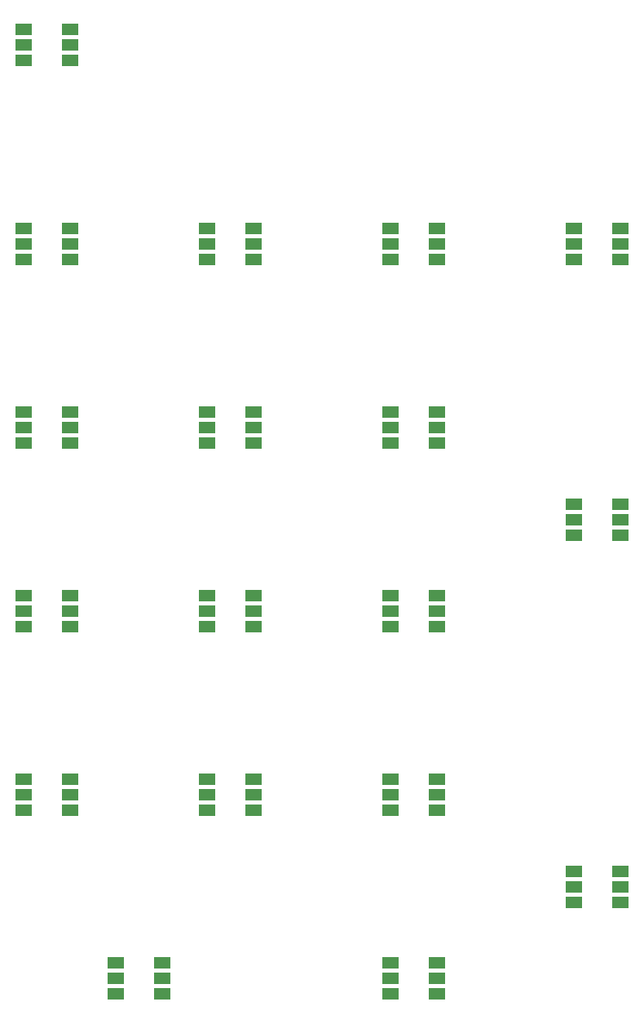
<source format=gtp>
G04 #@! TF.GenerationSoftware,KiCad,Pcbnew,(5.1.10)-1*
G04 #@! TF.CreationDate,2023-01-23T12:40:00+01:00*
G04 #@! TF.ProjectId,numpad,6e756d70-6164-42e6-9b69-6361645f7063,rev?*
G04 #@! TF.SameCoordinates,Original*
G04 #@! TF.FileFunction,Paste,Top*
G04 #@! TF.FilePolarity,Positive*
%FSLAX46Y46*%
G04 Gerber Fmt 4.6, Leading zero omitted, Abs format (unit mm)*
G04 Created by KiCad (PCBNEW (5.1.10)-1) date 2023-01-23 12:40:00*
%MOMM*%
%LPD*%
G01*
G04 APERTURE LIST*
%ADD10R,1.800000X1.200000*%
G04 APERTURE END LIST*
D10*
X87293750Y-34143750D03*
X92093750Y-34143750D03*
X92093750Y-32543750D03*
X87293750Y-32543750D03*
X87293750Y-30943750D03*
X92093750Y-30943750D03*
X92093750Y-51581250D03*
X87293750Y-51581250D03*
X87293750Y-53181250D03*
X92093750Y-53181250D03*
X92093750Y-54781250D03*
X87293750Y-54781250D03*
X149243750Y-51581250D03*
X144443750Y-51581250D03*
X144443750Y-53181250D03*
X149243750Y-53181250D03*
X149243750Y-54781250D03*
X144443750Y-54781250D03*
X130193750Y-51581250D03*
X125393750Y-51581250D03*
X125393750Y-53181250D03*
X130193750Y-53181250D03*
X130193750Y-54781250D03*
X125393750Y-54781250D03*
X149243750Y-118256250D03*
X144443750Y-118256250D03*
X144443750Y-119856250D03*
X149243750Y-119856250D03*
X149243750Y-121456250D03*
X144443750Y-121456250D03*
X130193750Y-127781250D03*
X125393750Y-127781250D03*
X125393750Y-129381250D03*
X130193750Y-129381250D03*
X130193750Y-130981250D03*
X125393750Y-130981250D03*
X111143750Y-51581250D03*
X106343750Y-51581250D03*
X106343750Y-53181250D03*
X111143750Y-53181250D03*
X111143750Y-54781250D03*
X106343750Y-54781250D03*
X149243750Y-80156250D03*
X144443750Y-80156250D03*
X144443750Y-81756250D03*
X149243750Y-81756250D03*
X149243750Y-83356250D03*
X144443750Y-83356250D03*
X125393750Y-73831250D03*
X130193750Y-73831250D03*
X130193750Y-72231250D03*
X125393750Y-72231250D03*
X125393750Y-70631250D03*
X130193750Y-70631250D03*
X106343750Y-73831250D03*
X111143750Y-73831250D03*
X111143750Y-72231250D03*
X106343750Y-72231250D03*
X106343750Y-70631250D03*
X111143750Y-70631250D03*
X87293750Y-73831250D03*
X92093750Y-73831250D03*
X92093750Y-72231250D03*
X87293750Y-72231250D03*
X87293750Y-70631250D03*
X92093750Y-70631250D03*
X130193750Y-89681250D03*
X125393750Y-89681250D03*
X125393750Y-91281250D03*
X130193750Y-91281250D03*
X130193750Y-92881250D03*
X125393750Y-92881250D03*
X111143750Y-89681250D03*
X106343750Y-89681250D03*
X106343750Y-91281250D03*
X111143750Y-91281250D03*
X111143750Y-92881250D03*
X106343750Y-92881250D03*
X92093750Y-89681250D03*
X87293750Y-89681250D03*
X87293750Y-91281250D03*
X92093750Y-91281250D03*
X92093750Y-92881250D03*
X87293750Y-92881250D03*
X125393750Y-111931250D03*
X130193750Y-111931250D03*
X130193750Y-110331250D03*
X125393750Y-110331250D03*
X125393750Y-108731250D03*
X130193750Y-108731250D03*
X106343750Y-111931250D03*
X111143750Y-111931250D03*
X111143750Y-110331250D03*
X106343750Y-110331250D03*
X106343750Y-108731250D03*
X111143750Y-108731250D03*
X87293750Y-111931250D03*
X92093750Y-111931250D03*
X92093750Y-110331250D03*
X87293750Y-110331250D03*
X87293750Y-108731250D03*
X92093750Y-108731250D03*
X101618750Y-127781250D03*
X96818750Y-127781250D03*
X96818750Y-129381250D03*
X101618750Y-129381250D03*
X101618750Y-130981250D03*
X96818750Y-130981250D03*
M02*

</source>
